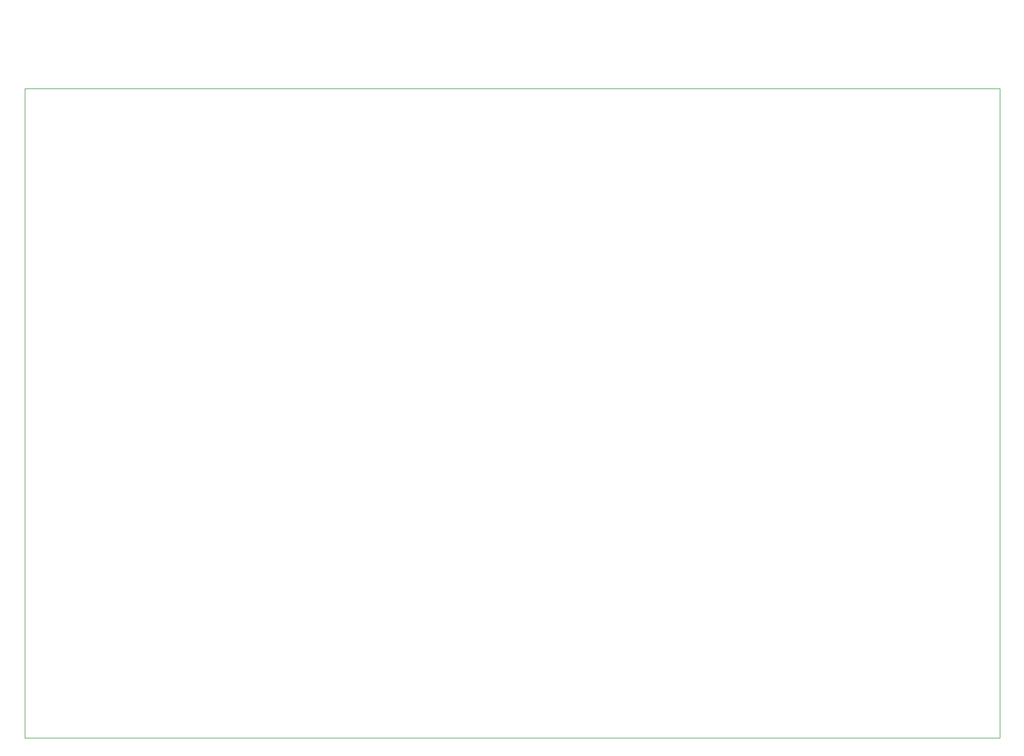
<source format=gbr>
%TF.GenerationSoftware,KiCad,Pcbnew,7.0.6-0*%
%TF.CreationDate,2024-04-17T06:46:50-03:00*%
%TF.ProjectId,Buoy,42756f79-2e6b-4696-9361-645f70636258,rev?*%
%TF.SameCoordinates,Original*%
%TF.FileFunction,Profile,NP*%
%FSLAX46Y46*%
G04 Gerber Fmt 4.6, Leading zero omitted, Abs format (unit mm)*
G04 Created by KiCad (PCBNEW 7.0.6-0) date 2024-04-17 06:46:50*
%MOMM*%
%LPD*%
G01*
G04 APERTURE LIST*
%TA.AperFunction,Profile*%
%ADD10C,0.100000*%
%TD*%
G04 APERTURE END LIST*
D10*
X76200000Y-40000000D02*
X226200000Y-40000000D01*
X226200000Y-140000000D01*
X76200000Y-140000000D01*
X76200000Y-40000000D01*
X81280001Y-29200000D02*
G75*
G03*
X81280001Y-29200000I-1J0D01*
G01*
M02*

</source>
